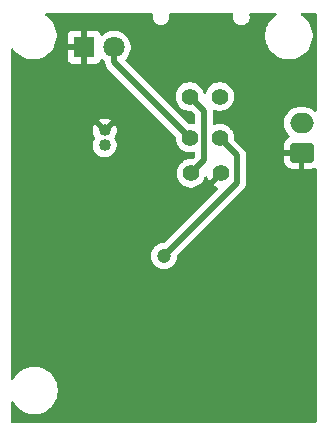
<source format=gbl>
%TF.GenerationSoftware,KiCad,Pcbnew,9.0.2*%
%TF.CreationDate,2025-07-17T17:12:15-04:00*%
%TF.ProjectId,boitier_arme,626f6974-6965-4725-9f61-726d652e6b69,rev?*%
%TF.SameCoordinates,Original*%
%TF.FileFunction,Copper,L2,Bot*%
%TF.FilePolarity,Positive*%
%FSLAX46Y46*%
G04 Gerber Fmt 4.6, Leading zero omitted, Abs format (unit mm)*
G04 Created by KiCad (PCBNEW 9.0.2) date 2025-07-17 17:12:15*
%MOMM*%
%LPD*%
G01*
G04 APERTURE LIST*
G04 Aperture macros list*
%AMRoundRect*
0 Rectangle with rounded corners*
0 $1 Rounding radius*
0 $2 $3 $4 $5 $6 $7 $8 $9 X,Y pos of 4 corners*
0 Add a 4 corners polygon primitive as box body*
4,1,4,$2,$3,$4,$5,$6,$7,$8,$9,$2,$3,0*
0 Add four circle primitives for the rounded corners*
1,1,$1+$1,$2,$3*
1,1,$1+$1,$4,$5*
1,1,$1+$1,$6,$7*
1,1,$1+$1,$8,$9*
0 Add four rect primitives between the rounded corners*
20,1,$1+$1,$2,$3,$4,$5,0*
20,1,$1+$1,$4,$5,$6,$7,0*
20,1,$1+$1,$6,$7,$8,$9,0*
20,1,$1+$1,$8,$9,$2,$3,0*%
G04 Aperture macros list end*
%TA.AperFunction,ComponentPad*%
%ADD10C,1.016000*%
%TD*%
%TA.AperFunction,ComponentPad*%
%ADD11C,1.400000*%
%TD*%
%TA.AperFunction,ComponentPad*%
%ADD12RoundRect,0.250000X0.750000X-0.600000X0.750000X0.600000X-0.750000X0.600000X-0.750000X-0.600000X0*%
%TD*%
%TA.AperFunction,ComponentPad*%
%ADD13O,2.000000X1.700000*%
%TD*%
%TA.AperFunction,ComponentPad*%
%ADD14R,1.800000X1.800000*%
%TD*%
%TA.AperFunction,ComponentPad*%
%ADD15C,1.800000*%
%TD*%
%TA.AperFunction,ViaPad*%
%ADD16C,1.200000*%
%TD*%
%TA.AperFunction,Conductor*%
%ADD17C,0.500000*%
%TD*%
G04 APERTURE END LIST*
D10*
%TO.P,J2,1,1*%
%TO.N,Net-(J2-Pad1)*%
X142490000Y-84120000D03*
%TO.P,J2,2,2*%
%TO.N,GND*%
X142490000Y-82870000D03*
%TD*%
D11*
%TO.P,R5,1*%
%TO.N,/BAT_level*%
X149780000Y-86500000D03*
%TO.P,R5,2*%
%TO.N,GND*%
X152320000Y-86500000D03*
%TD*%
%TO.P,R4,1*%
%TO.N,/BAT+*%
X152220000Y-80000000D03*
%TO.P,R4,2*%
%TO.N,/BAT_level*%
X149680000Y-80000000D03*
%TD*%
%TO.P,R3,1*%
%TO.N,/BAT+*%
X152220000Y-83500000D03*
%TO.P,R3,2*%
%TO.N,Net-(D2-A)*%
X149680000Y-83500000D03*
%TD*%
D12*
%TO.P,J1,1,Pin_1*%
%TO.N,GND*%
X159150000Y-84750000D03*
D13*
%TO.P,J1,2,Pin_2*%
%TO.N,/Push*%
X159150000Y-82250000D03*
%TD*%
D14*
%TO.P,D2,1,K*%
%TO.N,GND*%
X140740000Y-75830000D03*
D15*
%TO.P,D2,2,A*%
%TO.N,Net-(D2-A)*%
X143280000Y-75830000D03*
%TD*%
D16*
%TO.N,/BAT+*%
X147500000Y-93500000D03*
%TD*%
D17*
%TO.N,/BAT+*%
X153700000Y-87300000D02*
X147500000Y-93500000D01*
X153700000Y-84980000D02*
X153700000Y-87300000D01*
X152220000Y-83500000D02*
X153700000Y-84980000D01*
%TO.N,/BAT_level*%
X150900000Y-81220000D02*
X149680000Y-80000000D01*
X150900000Y-85380000D02*
X150900000Y-81220000D01*
X149780000Y-86500000D02*
X150900000Y-85380000D01*
%TO.N,Net-(D2-A)*%
X143280000Y-77100000D02*
X143280000Y-75830000D01*
X149680000Y-83500000D02*
X143280000Y-77100000D01*
%TD*%
%TA.AperFunction,Conductor*%
%TO.N,GND*%
G36*
X146521241Y-72930185D02*
G01*
X146566996Y-72982989D01*
X146576940Y-73052147D01*
X146575819Y-73058692D01*
X146549500Y-73191004D01*
X146549500Y-73191007D01*
X146549500Y-73328993D01*
X146549500Y-73328995D01*
X146549499Y-73328995D01*
X146576418Y-73464322D01*
X146576421Y-73464332D01*
X146629221Y-73591804D01*
X146629228Y-73591817D01*
X146705885Y-73706541D01*
X146705888Y-73706545D01*
X146803454Y-73804111D01*
X146803458Y-73804114D01*
X146918182Y-73880771D01*
X146918195Y-73880778D01*
X147045003Y-73933303D01*
X147045672Y-73933580D01*
X147045676Y-73933580D01*
X147045677Y-73933581D01*
X147181004Y-73960500D01*
X147181007Y-73960500D01*
X147318995Y-73960500D01*
X147410041Y-73942389D01*
X147454328Y-73933580D01*
X147581811Y-73880775D01*
X147696542Y-73804114D01*
X147794114Y-73706542D01*
X147870775Y-73591811D01*
X147923580Y-73464328D01*
X147950500Y-73328993D01*
X147950500Y-73191007D01*
X147950500Y-73191004D01*
X147924181Y-73058692D01*
X147930408Y-72989100D01*
X147973271Y-72933923D01*
X148039161Y-72910678D01*
X148045798Y-72910500D01*
X153254202Y-72910500D01*
X153321241Y-72930185D01*
X153366996Y-72982989D01*
X153376940Y-73052147D01*
X153375819Y-73058692D01*
X153349500Y-73191004D01*
X153349500Y-73191007D01*
X153349500Y-73328993D01*
X153349500Y-73328995D01*
X153349499Y-73328995D01*
X153376418Y-73464322D01*
X153376421Y-73464332D01*
X153429221Y-73591804D01*
X153429228Y-73591817D01*
X153505885Y-73706541D01*
X153505888Y-73706545D01*
X153603454Y-73804111D01*
X153603458Y-73804114D01*
X153718182Y-73880771D01*
X153718195Y-73880778D01*
X153845003Y-73933303D01*
X153845672Y-73933580D01*
X153845676Y-73933580D01*
X153845677Y-73933581D01*
X153981004Y-73960500D01*
X153981007Y-73960500D01*
X154118995Y-73960500D01*
X154210041Y-73942389D01*
X154254328Y-73933580D01*
X154381811Y-73880775D01*
X154496542Y-73804114D01*
X154594114Y-73706542D01*
X154670775Y-73591811D01*
X154723580Y-73464328D01*
X154750500Y-73328993D01*
X154750500Y-73191007D01*
X154750500Y-73191004D01*
X154724181Y-73058692D01*
X154730408Y-72989100D01*
X154773271Y-72933923D01*
X154839161Y-72910678D01*
X154845798Y-72910500D01*
X156923576Y-72910500D01*
X156990615Y-72930185D01*
X157036370Y-72982989D01*
X157046314Y-73052147D01*
X157017289Y-73115703D01*
X156985577Y-73141887D01*
X156966193Y-73153077D01*
X156758148Y-73312718D01*
X156572718Y-73498148D01*
X156413075Y-73706196D01*
X156281958Y-73933299D01*
X156281953Y-73933309D01*
X156181605Y-74175571D01*
X156181602Y-74175581D01*
X156113730Y-74428885D01*
X156079500Y-74688872D01*
X156079500Y-74951127D01*
X156098571Y-75095974D01*
X156113730Y-75211116D01*
X156181602Y-75464418D01*
X156181605Y-75464428D01*
X156281953Y-75706690D01*
X156281958Y-75706700D01*
X156413075Y-75933803D01*
X156572718Y-76141851D01*
X156572726Y-76141860D01*
X156758140Y-76327274D01*
X156758148Y-76327281D01*
X156966196Y-76486924D01*
X157193299Y-76618041D01*
X157193309Y-76618046D01*
X157435571Y-76718394D01*
X157435581Y-76718398D01*
X157688884Y-76786270D01*
X157948880Y-76820500D01*
X157948887Y-76820500D01*
X158211113Y-76820500D01*
X158211120Y-76820500D01*
X158471116Y-76786270D01*
X158724419Y-76718398D01*
X158966697Y-76618043D01*
X159193803Y-76486924D01*
X159401851Y-76327282D01*
X159401855Y-76327277D01*
X159401860Y-76327274D01*
X159587274Y-76141860D01*
X159587277Y-76141855D01*
X159587282Y-76141851D01*
X159746924Y-75933803D01*
X159878043Y-75706697D01*
X159978398Y-75464419D01*
X160046270Y-75211116D01*
X160080500Y-74951120D01*
X160080500Y-74688880D01*
X160046270Y-74428884D01*
X159978398Y-74175581D01*
X159969500Y-74154099D01*
X159878046Y-73933309D01*
X159878041Y-73933299D01*
X159746924Y-73706196D01*
X159587281Y-73498148D01*
X159587274Y-73498140D01*
X159401860Y-73312726D01*
X159401851Y-73312718D01*
X159193806Y-73153077D01*
X159174423Y-73141887D01*
X159126208Y-73091320D01*
X159112986Y-73022712D01*
X159138954Y-72957848D01*
X159195868Y-72917320D01*
X159236424Y-72910500D01*
X160295500Y-72910500D01*
X160362539Y-72930185D01*
X160408294Y-72982989D01*
X160419500Y-73034500D01*
X160419500Y-81160242D01*
X160399815Y-81227281D01*
X160347011Y-81273036D01*
X160277853Y-81282980D01*
X160214297Y-81253955D01*
X160207819Y-81247923D01*
X160179786Y-81219890D01*
X160007820Y-81094951D01*
X159818414Y-80998444D01*
X159818413Y-80998443D01*
X159818412Y-80998443D01*
X159616243Y-80932754D01*
X159616241Y-80932753D01*
X159616240Y-80932753D01*
X159454957Y-80907208D01*
X159406287Y-80899500D01*
X158893713Y-80899500D01*
X158845042Y-80907208D01*
X158683760Y-80932753D01*
X158481585Y-80998444D01*
X158292179Y-81094951D01*
X158120213Y-81219890D01*
X157969890Y-81370213D01*
X157844951Y-81542179D01*
X157748444Y-81731585D01*
X157682753Y-81933760D01*
X157671999Y-82001659D01*
X157649500Y-82143713D01*
X157649500Y-82356287D01*
X157682754Y-82566243D01*
X157732039Y-82717927D01*
X157748444Y-82768414D01*
X157844951Y-82957820D01*
X157969890Y-83129786D01*
X158109068Y-83268964D01*
X158142553Y-83330287D01*
X158137569Y-83399979D01*
X158095697Y-83455912D01*
X158086484Y-83462183D01*
X157931659Y-83557680D01*
X157931655Y-83557683D01*
X157807684Y-83681654D01*
X157715643Y-83830875D01*
X157715641Y-83830880D01*
X157660494Y-83997302D01*
X157660493Y-83997309D01*
X157650000Y-84100013D01*
X157650000Y-84500000D01*
X158716988Y-84500000D01*
X158684075Y-84557007D01*
X158650000Y-84684174D01*
X158650000Y-84815826D01*
X158684075Y-84942993D01*
X158716988Y-85000000D01*
X157650001Y-85000000D01*
X157650001Y-85399986D01*
X157660494Y-85502697D01*
X157715641Y-85669119D01*
X157715643Y-85669124D01*
X157807684Y-85818345D01*
X157931654Y-85942315D01*
X158080875Y-86034356D01*
X158080880Y-86034358D01*
X158247302Y-86089505D01*
X158247309Y-86089506D01*
X158350019Y-86099999D01*
X158899999Y-86099999D01*
X158900000Y-86099998D01*
X158900000Y-85183012D01*
X158957007Y-85215925D01*
X159084174Y-85250000D01*
X159215826Y-85250000D01*
X159342993Y-85215925D01*
X159400000Y-85183012D01*
X159400000Y-86099999D01*
X159949972Y-86099999D01*
X159949986Y-86099998D01*
X160052697Y-86089505D01*
X160219119Y-86034358D01*
X160219126Y-86034355D01*
X160230402Y-86027400D01*
X160297794Y-86008959D01*
X160364458Y-86029881D01*
X160409228Y-86083522D01*
X160419500Y-86132938D01*
X160419500Y-107485500D01*
X160399815Y-107552539D01*
X160347011Y-107598294D01*
X160295500Y-107609500D01*
X134654500Y-107609500D01*
X134587461Y-107589815D01*
X134541706Y-107537011D01*
X134530500Y-107485500D01*
X134530500Y-105887858D01*
X134550185Y-105820819D01*
X134602989Y-105775064D01*
X134672147Y-105765120D01*
X134735703Y-105794145D01*
X134761887Y-105825858D01*
X134853075Y-105983803D01*
X135012718Y-106191851D01*
X135012726Y-106191860D01*
X135198140Y-106377274D01*
X135198148Y-106377281D01*
X135406196Y-106536924D01*
X135633299Y-106668041D01*
X135633309Y-106668046D01*
X135875571Y-106768394D01*
X135875581Y-106768398D01*
X136128884Y-106836270D01*
X136388880Y-106870500D01*
X136388887Y-106870500D01*
X136651113Y-106870500D01*
X136651120Y-106870500D01*
X136911116Y-106836270D01*
X137164419Y-106768398D01*
X137406697Y-106668043D01*
X137633803Y-106536924D01*
X137841851Y-106377282D01*
X137841855Y-106377277D01*
X137841860Y-106377274D01*
X138027274Y-106191860D01*
X138027277Y-106191855D01*
X138027282Y-106191851D01*
X138186924Y-105983803D01*
X138318043Y-105756697D01*
X138418398Y-105514419D01*
X138486270Y-105261116D01*
X138520500Y-105001120D01*
X138520500Y-104738880D01*
X138486270Y-104478884D01*
X138418398Y-104225581D01*
X138418394Y-104225571D01*
X138318046Y-103983309D01*
X138318041Y-103983299D01*
X138186924Y-103756196D01*
X138027281Y-103548148D01*
X138027274Y-103548140D01*
X137841860Y-103362726D01*
X137841851Y-103362718D01*
X137633803Y-103203075D01*
X137406700Y-103071958D01*
X137406690Y-103071953D01*
X137164428Y-102971605D01*
X137164421Y-102971603D01*
X137164419Y-102971602D01*
X136911116Y-102903730D01*
X136853339Y-102896123D01*
X136651127Y-102869500D01*
X136651120Y-102869500D01*
X136388880Y-102869500D01*
X136388872Y-102869500D01*
X136157772Y-102899926D01*
X136128884Y-102903730D01*
X135875581Y-102971602D01*
X135875571Y-102971605D01*
X135633309Y-103071953D01*
X135633299Y-103071958D01*
X135406196Y-103203075D01*
X135198148Y-103362718D01*
X135012718Y-103548148D01*
X134853075Y-103756196D01*
X134761887Y-103914141D01*
X134711320Y-103962356D01*
X134642713Y-103975580D01*
X134577848Y-103949612D01*
X134537320Y-103892698D01*
X134530500Y-103852141D01*
X134530500Y-84020666D01*
X141481500Y-84020666D01*
X141481500Y-84219333D01*
X141520254Y-84414161D01*
X141520256Y-84414169D01*
X141596277Y-84597701D01*
X141596282Y-84597710D01*
X141706646Y-84762880D01*
X141706649Y-84762884D01*
X141847115Y-84903350D01*
X141847119Y-84903353D01*
X142012289Y-85013717D01*
X142012295Y-85013720D01*
X142012296Y-85013721D01*
X142195831Y-85089744D01*
X142390666Y-85128499D01*
X142390670Y-85128500D01*
X142390671Y-85128500D01*
X142589330Y-85128500D01*
X142589331Y-85128499D01*
X142784169Y-85089744D01*
X142967704Y-85013721D01*
X143132881Y-84903353D01*
X143273353Y-84762881D01*
X143383721Y-84597704D01*
X143459744Y-84414169D01*
X143498500Y-84219329D01*
X143498500Y-84020671D01*
X143459744Y-83825831D01*
X143383721Y-83642296D01*
X143383720Y-83642295D01*
X143383716Y-83642287D01*
X143331032Y-83563442D01*
X143310153Y-83496765D01*
X143328637Y-83429384D01*
X143331032Y-83425658D01*
X143383273Y-83347475D01*
X143383279Y-83347464D01*
X143459262Y-83164023D01*
X143459264Y-83164015D01*
X143497999Y-82969283D01*
X143498000Y-82969281D01*
X143498000Y-82770718D01*
X143497999Y-82770716D01*
X143459264Y-82575984D01*
X143459262Y-82575976D01*
X143383278Y-82392534D01*
X143383275Y-82392528D01*
X143358340Y-82355212D01*
X143358339Y-82355211D01*
X142784855Y-82928696D01*
X142790000Y-82909496D01*
X142790000Y-82830504D01*
X142769556Y-82754204D01*
X142730060Y-82685795D01*
X142674205Y-82629940D01*
X142605796Y-82590444D01*
X142529496Y-82570000D01*
X142450504Y-82570000D01*
X142374204Y-82590444D01*
X142305795Y-82629940D01*
X142249940Y-82685795D01*
X142210444Y-82754204D01*
X142190000Y-82830504D01*
X142190000Y-82909496D01*
X142195145Y-82928698D01*
X141621659Y-82355212D01*
X141621657Y-82355212D01*
X141596722Y-82392530D01*
X141520737Y-82575976D01*
X141520735Y-82575984D01*
X141482000Y-82770716D01*
X141482000Y-82969283D01*
X141520735Y-83164015D01*
X141520737Y-83164023D01*
X141596721Y-83347466D01*
X141648968Y-83425659D01*
X141669846Y-83492337D01*
X141651361Y-83559717D01*
X141648968Y-83563441D01*
X141596278Y-83642296D01*
X141520256Y-83825830D01*
X141520254Y-83825838D01*
X141481500Y-84020666D01*
X134530500Y-84020666D01*
X134530500Y-82001657D01*
X141975212Y-82001657D01*
X141975212Y-82001659D01*
X142490000Y-82516446D01*
X142490001Y-82516446D01*
X143004786Y-82001659D01*
X142967462Y-81976719D01*
X142784023Y-81900737D01*
X142784015Y-81900735D01*
X142589282Y-81862000D01*
X142390718Y-81862000D01*
X142195984Y-81900735D01*
X142195976Y-81900737D01*
X142012530Y-81976722D01*
X141975212Y-82001657D01*
X134530500Y-82001657D01*
X134530500Y-76009028D01*
X134550185Y-75941989D01*
X134602989Y-75896234D01*
X134672147Y-75886290D01*
X134735703Y-75915315D01*
X134752876Y-75933541D01*
X134753072Y-75933797D01*
X134753076Y-75933803D01*
X134912718Y-76141851D01*
X134912722Y-76141855D01*
X134912726Y-76141860D01*
X135098140Y-76327274D01*
X135098148Y-76327281D01*
X135306196Y-76486924D01*
X135533299Y-76618041D01*
X135533309Y-76618046D01*
X135775571Y-76718394D01*
X135775581Y-76718398D01*
X136028884Y-76786270D01*
X136288880Y-76820500D01*
X136288887Y-76820500D01*
X136551113Y-76820500D01*
X136551120Y-76820500D01*
X136811116Y-76786270D01*
X137064419Y-76718398D01*
X137306697Y-76618043D01*
X137533803Y-76486924D01*
X137741851Y-76327282D01*
X137741855Y-76327277D01*
X137741860Y-76327274D01*
X137927274Y-76141860D01*
X137927277Y-76141855D01*
X137927282Y-76141851D01*
X138081999Y-75940222D01*
X138086924Y-75933803D01*
X138181059Y-75770756D01*
X138218043Y-75706697D01*
X138318398Y-75464419D01*
X138386270Y-75211116D01*
X138420500Y-74951120D01*
X138420500Y-74882155D01*
X139340000Y-74882155D01*
X139340000Y-75580000D01*
X140364722Y-75580000D01*
X140320667Y-75656306D01*
X140290000Y-75770756D01*
X140290000Y-75889244D01*
X140320667Y-76003694D01*
X140364722Y-76080000D01*
X139340000Y-76080000D01*
X139340000Y-76777844D01*
X139346401Y-76837372D01*
X139346403Y-76837379D01*
X139396645Y-76972086D01*
X139396649Y-76972093D01*
X139482809Y-77087187D01*
X139482812Y-77087190D01*
X139597906Y-77173350D01*
X139597913Y-77173354D01*
X139732620Y-77223596D01*
X139732627Y-77223598D01*
X139792155Y-77229999D01*
X139792172Y-77230000D01*
X140490000Y-77230000D01*
X140490000Y-76205277D01*
X140566306Y-76249333D01*
X140680756Y-76280000D01*
X140799244Y-76280000D01*
X140913694Y-76249333D01*
X140990000Y-76205277D01*
X140990000Y-77230000D01*
X141687828Y-77230000D01*
X141687844Y-77229999D01*
X141747372Y-77223598D01*
X141747379Y-77223596D01*
X141882086Y-77173354D01*
X141882093Y-77173350D01*
X141997187Y-77087190D01*
X141997190Y-77087187D01*
X142083350Y-76972093D01*
X142083354Y-76972086D01*
X142113213Y-76892031D01*
X142130538Y-76868886D01*
X142145443Y-76844105D01*
X142151222Y-76841255D01*
X142155084Y-76836097D01*
X142182177Y-76825991D01*
X142208109Y-76813205D01*
X142214510Y-76813931D01*
X142220548Y-76811680D01*
X142248805Y-76817826D01*
X142277532Y-76821089D01*
X142284095Y-76825503D01*
X142288821Y-76826531D01*
X142307777Y-76839280D01*
X142312640Y-76843247D01*
X142367635Y-76898242D01*
X142481190Y-76980744D01*
X142483882Y-76982940D01*
X142501751Y-77009008D01*
X142521051Y-77034035D01*
X142521859Y-77038340D01*
X142523387Y-77040569D01*
X142523595Y-77047584D01*
X142529500Y-77079024D01*
X142529500Y-77173918D01*
X142529500Y-77173920D01*
X142529499Y-77173920D01*
X142558340Y-77318907D01*
X142558343Y-77318917D01*
X142614914Y-77455492D01*
X142647812Y-77504727D01*
X142647813Y-77504730D01*
X142697046Y-77578414D01*
X142697052Y-77578421D01*
X148443181Y-83324549D01*
X148476666Y-83385872D01*
X148479500Y-83412230D01*
X148479500Y-83594486D01*
X148509059Y-83781118D01*
X148567454Y-83960836D01*
X148597942Y-84020671D01*
X148653240Y-84129199D01*
X148764310Y-84282073D01*
X148897927Y-84415690D01*
X149050801Y-84526760D01*
X149110500Y-84557178D01*
X149219163Y-84612545D01*
X149219165Y-84612545D01*
X149219168Y-84612547D01*
X149258024Y-84625172D01*
X149398881Y-84670940D01*
X149585514Y-84700500D01*
X149585519Y-84700500D01*
X149774486Y-84700500D01*
X149864963Y-84686169D01*
X149961118Y-84670940D01*
X149987179Y-84662471D01*
X150015300Y-84661667D01*
X150043147Y-84657664D01*
X150049756Y-84660682D01*
X150057020Y-84660475D01*
X150081111Y-84675001D01*
X150106703Y-84686689D01*
X150110631Y-84692801D01*
X150116854Y-84696554D01*
X150129267Y-84721799D01*
X150144477Y-84745467D01*
X150145953Y-84755736D01*
X150147683Y-84759254D01*
X150149500Y-84780402D01*
X150149500Y-85017770D01*
X150129815Y-85084809D01*
X150113181Y-85105451D01*
X149955451Y-85263181D01*
X149894128Y-85296666D01*
X149867770Y-85299500D01*
X149685514Y-85299500D01*
X149498881Y-85329059D01*
X149319163Y-85387454D01*
X149150800Y-85473240D01*
X149110257Y-85502697D01*
X148997927Y-85584310D01*
X148997925Y-85584312D01*
X148997924Y-85584312D01*
X148864312Y-85717924D01*
X148864312Y-85717925D01*
X148864310Y-85717927D01*
X148851546Y-85735495D01*
X148753240Y-85870800D01*
X148667454Y-86039163D01*
X148609059Y-86218881D01*
X148579500Y-86405513D01*
X148579500Y-86594486D01*
X148609059Y-86781118D01*
X148667454Y-86960836D01*
X148753104Y-87128933D01*
X148753240Y-87129199D01*
X148864310Y-87282073D01*
X148997927Y-87415690D01*
X149150801Y-87526760D01*
X149230347Y-87567290D01*
X149319163Y-87612545D01*
X149319165Y-87612545D01*
X149319168Y-87612547D01*
X149415497Y-87643846D01*
X149498881Y-87670940D01*
X149685514Y-87700500D01*
X149685519Y-87700500D01*
X149874486Y-87700500D01*
X150061118Y-87670940D01*
X150082089Y-87664126D01*
X150240832Y-87612547D01*
X150409199Y-87526760D01*
X150562073Y-87415690D01*
X150695690Y-87282073D01*
X150806760Y-87129199D01*
X150892547Y-86960832D01*
X150932332Y-86838385D01*
X150971768Y-86780713D01*
X151036127Y-86753514D01*
X151104973Y-86765429D01*
X151156449Y-86812673D01*
X151168193Y-86838388D01*
X151207914Y-86960637D01*
X151293666Y-87128933D01*
X151312116Y-87154328D01*
X151970000Y-86496444D01*
X151970000Y-86546078D01*
X151993852Y-86635095D01*
X152039930Y-86714905D01*
X152105095Y-86780070D01*
X152184905Y-86826148D01*
X152273922Y-86850000D01*
X152323552Y-86850000D01*
X151665669Y-87507882D01*
X151665670Y-87507883D01*
X151691059Y-87526329D01*
X151859364Y-87612086D01*
X152019529Y-87664126D01*
X152077205Y-87703563D01*
X152104404Y-87767921D01*
X152092490Y-87836768D01*
X152068893Y-87869738D01*
X147575451Y-92363181D01*
X147514128Y-92396666D01*
X147487770Y-92399500D01*
X147413389Y-92399500D01*
X147373728Y-92405781D01*
X147242302Y-92426597D01*
X147077552Y-92480128D01*
X146923211Y-92558768D01*
X146843256Y-92616859D01*
X146783072Y-92660586D01*
X146783070Y-92660588D01*
X146783069Y-92660588D01*
X146660588Y-92783069D01*
X146660588Y-92783070D01*
X146660586Y-92783072D01*
X146616859Y-92843256D01*
X146558768Y-92923211D01*
X146480128Y-93077552D01*
X146426597Y-93242302D01*
X146399500Y-93413389D01*
X146399500Y-93586611D01*
X146426598Y-93757701D01*
X146480127Y-93922445D01*
X146558768Y-94076788D01*
X146660586Y-94216928D01*
X146783072Y-94339414D01*
X146923212Y-94441232D01*
X147077555Y-94519873D01*
X147242299Y-94573402D01*
X147413389Y-94600500D01*
X147413390Y-94600500D01*
X147586610Y-94600500D01*
X147586611Y-94600500D01*
X147757701Y-94573402D01*
X147922445Y-94519873D01*
X148076788Y-94441232D01*
X148216928Y-94339414D01*
X148339414Y-94216928D01*
X148441232Y-94076788D01*
X148519873Y-93922445D01*
X148573402Y-93757701D01*
X148600500Y-93586611D01*
X148600500Y-93512229D01*
X148620185Y-93445190D01*
X148636819Y-93424548D01*
X154282948Y-87778419D01*
X154282951Y-87778416D01*
X154365084Y-87655495D01*
X154421658Y-87518913D01*
X154442191Y-87415690D01*
X154450500Y-87373920D01*
X154450500Y-84906079D01*
X154421659Y-84761092D01*
X154421658Y-84761091D01*
X154421658Y-84761087D01*
X154411606Y-84736819D01*
X154365086Y-84624509D01*
X154365085Y-84624507D01*
X154364746Y-84624000D01*
X154332186Y-84575270D01*
X154320098Y-84557178D01*
X154282956Y-84501589D01*
X154282952Y-84501584D01*
X153456819Y-83675451D01*
X153423334Y-83614128D01*
X153420500Y-83587770D01*
X153420500Y-83405513D01*
X153390940Y-83218881D01*
X153332545Y-83039163D01*
X153246759Y-82870800D01*
X153217482Y-82830504D01*
X153135690Y-82717927D01*
X153002073Y-82584310D01*
X152849199Y-82473240D01*
X152680836Y-82387454D01*
X152501118Y-82329059D01*
X152314486Y-82299500D01*
X152314481Y-82299500D01*
X152125519Y-82299500D01*
X152125514Y-82299500D01*
X151938880Y-82329060D01*
X151938877Y-82329060D01*
X151812818Y-82370020D01*
X151742977Y-82372015D01*
X151683144Y-82335935D01*
X151652316Y-82273234D01*
X151650500Y-82252089D01*
X151650500Y-81247910D01*
X151670185Y-81180871D01*
X151722989Y-81135116D01*
X151792147Y-81125172D01*
X151812814Y-81129978D01*
X151880822Y-81152075D01*
X151938881Y-81170940D01*
X152125514Y-81200500D01*
X152125519Y-81200500D01*
X152314486Y-81200500D01*
X152501118Y-81170940D01*
X152680832Y-81112547D01*
X152849199Y-81026760D01*
X153002073Y-80915690D01*
X153135690Y-80782073D01*
X153246760Y-80629199D01*
X153332547Y-80460832D01*
X153390940Y-80281118D01*
X153420500Y-80094486D01*
X153420500Y-79905513D01*
X153390940Y-79718881D01*
X153332545Y-79539163D01*
X153246759Y-79370800D01*
X153135690Y-79217927D01*
X153002073Y-79084310D01*
X152849199Y-78973240D01*
X152680836Y-78887454D01*
X152501118Y-78829059D01*
X152314486Y-78799500D01*
X152314481Y-78799500D01*
X152125519Y-78799500D01*
X152125514Y-78799500D01*
X151938881Y-78829059D01*
X151759163Y-78887454D01*
X151590800Y-78973240D01*
X151503579Y-79036610D01*
X151437927Y-79084310D01*
X151437925Y-79084312D01*
X151437924Y-79084312D01*
X151304312Y-79217924D01*
X151304312Y-79217925D01*
X151304310Y-79217927D01*
X151256610Y-79283579D01*
X151193240Y-79370800D01*
X151107454Y-79539163D01*
X151067931Y-79660803D01*
X151028493Y-79718478D01*
X150964134Y-79745676D01*
X150895288Y-79733761D01*
X150843812Y-79686516D01*
X150832069Y-79660803D01*
X150792545Y-79539163D01*
X150706759Y-79370800D01*
X150595690Y-79217927D01*
X150462073Y-79084310D01*
X150309199Y-78973240D01*
X150140836Y-78887454D01*
X149961118Y-78829059D01*
X149774486Y-78799500D01*
X149774481Y-78799500D01*
X149585519Y-78799500D01*
X149585514Y-78799500D01*
X149398881Y-78829059D01*
X149219163Y-78887454D01*
X149050800Y-78973240D01*
X148963579Y-79036610D01*
X148897927Y-79084310D01*
X148897925Y-79084312D01*
X148897924Y-79084312D01*
X148764312Y-79217924D01*
X148764312Y-79217925D01*
X148764310Y-79217927D01*
X148716610Y-79283579D01*
X148653240Y-79370800D01*
X148567454Y-79539163D01*
X148509059Y-79718881D01*
X148479500Y-79905513D01*
X148479500Y-80094486D01*
X148509059Y-80281118D01*
X148567454Y-80460836D01*
X148653240Y-80629199D01*
X148764310Y-80782073D01*
X148897927Y-80915690D01*
X149050801Y-81026760D01*
X149090821Y-81047151D01*
X149219163Y-81112545D01*
X149219165Y-81112545D01*
X149219168Y-81112547D01*
X149258024Y-81125172D01*
X149398881Y-81170940D01*
X149585514Y-81200500D01*
X149767771Y-81200500D01*
X149834810Y-81220185D01*
X149855452Y-81236819D01*
X150113181Y-81494548D01*
X150146666Y-81555871D01*
X150149500Y-81582229D01*
X150149500Y-82219597D01*
X150129815Y-82286636D01*
X150077011Y-82332391D01*
X150007853Y-82342335D01*
X149987182Y-82337528D01*
X149961121Y-82329060D01*
X149774486Y-82299500D01*
X149774481Y-82299500D01*
X149592230Y-82299500D01*
X149525191Y-82279815D01*
X149504549Y-82263181D01*
X144253668Y-77012300D01*
X144220183Y-76950977D01*
X144225167Y-76881285D01*
X144253664Y-76836942D01*
X144348242Y-76742365D01*
X144477815Y-76564022D01*
X144577895Y-76367606D01*
X144646015Y-76157951D01*
X144680500Y-75940222D01*
X144680500Y-75719778D01*
X144646015Y-75502049D01*
X144611955Y-75397221D01*
X144577896Y-75292396D01*
X144577895Y-75292393D01*
X144536480Y-75211114D01*
X144477815Y-75095978D01*
X144461260Y-75073192D01*
X144348247Y-74917641D01*
X144348243Y-74917636D01*
X144192363Y-74761756D01*
X144192358Y-74761752D01*
X144014025Y-74632187D01*
X144014024Y-74632186D01*
X144014022Y-74632185D01*
X143951096Y-74600122D01*
X143817606Y-74532104D01*
X143817603Y-74532103D01*
X143607952Y-74463985D01*
X143499086Y-74446742D01*
X143390222Y-74429500D01*
X143169778Y-74429500D01*
X143097201Y-74440995D01*
X142952047Y-74463985D01*
X142742396Y-74532103D01*
X142742393Y-74532104D01*
X142545974Y-74632187D01*
X142367641Y-74761752D01*
X142367636Y-74761756D01*
X142317075Y-74812317D01*
X142255752Y-74845801D01*
X142186060Y-74840816D01*
X142130127Y-74798945D01*
X142113213Y-74767968D01*
X142083354Y-74687913D01*
X142083350Y-74687906D01*
X141997190Y-74572812D01*
X141997187Y-74572809D01*
X141882093Y-74486649D01*
X141882086Y-74486645D01*
X141747379Y-74436403D01*
X141747372Y-74436401D01*
X141687844Y-74430000D01*
X140990000Y-74430000D01*
X140990000Y-75454722D01*
X140913694Y-75410667D01*
X140799244Y-75380000D01*
X140680756Y-75380000D01*
X140566306Y-75410667D01*
X140490000Y-75454722D01*
X140490000Y-74430000D01*
X139792155Y-74430000D01*
X139732627Y-74436401D01*
X139732620Y-74436403D01*
X139597913Y-74486645D01*
X139597906Y-74486649D01*
X139482812Y-74572809D01*
X139482809Y-74572812D01*
X139396649Y-74687906D01*
X139396645Y-74687913D01*
X139346403Y-74822620D01*
X139346401Y-74822627D01*
X139340000Y-74882155D01*
X138420500Y-74882155D01*
X138420500Y-74688880D01*
X138386270Y-74428884D01*
X138318398Y-74175581D01*
X138309500Y-74154099D01*
X138218046Y-73933309D01*
X138218041Y-73933299D01*
X138086924Y-73706196D01*
X137927281Y-73498148D01*
X137927274Y-73498140D01*
X137741860Y-73312726D01*
X137741851Y-73312718D01*
X137533806Y-73153077D01*
X137514423Y-73141887D01*
X137466208Y-73091320D01*
X137452986Y-73022712D01*
X137478954Y-72957848D01*
X137535868Y-72917320D01*
X137576424Y-72910500D01*
X146454202Y-72910500D01*
X146521241Y-72930185D01*
G37*
%TD.AperFunction*%
%TD*%
M02*

</source>
